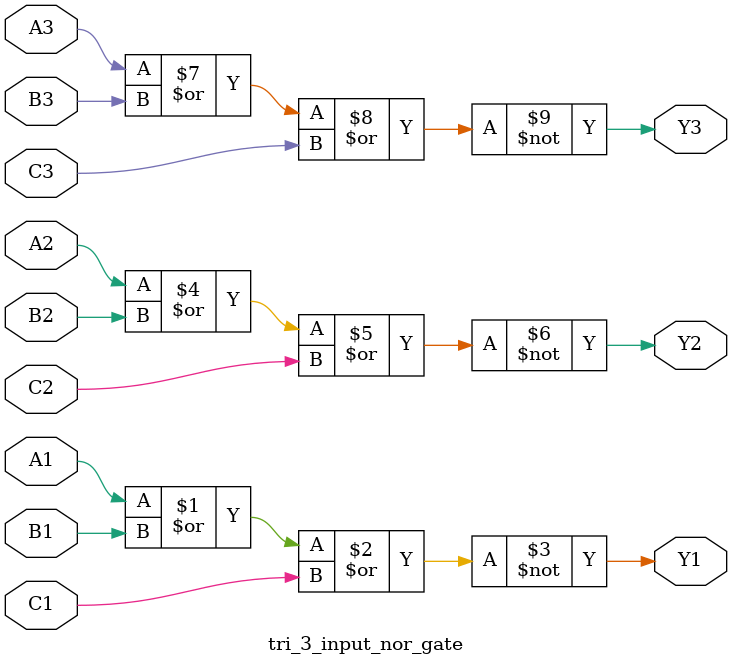
<source format=v>
`timescale 1ns / 1ps


module tri_3_input_nor_gate#(parameter Delay = 0)(
    input wire A1,B1,C1,A2,B2,C2,A3,B3,C3,
    output wire Y1,Y2,Y3
    );
    
    nor #Delay (Y1,A1,B1,C1);
    nor #Delay (Y2,A2,B2,C2);
    nor #Delay (Y3,A3,B3,C3);
    
endmodule

</source>
